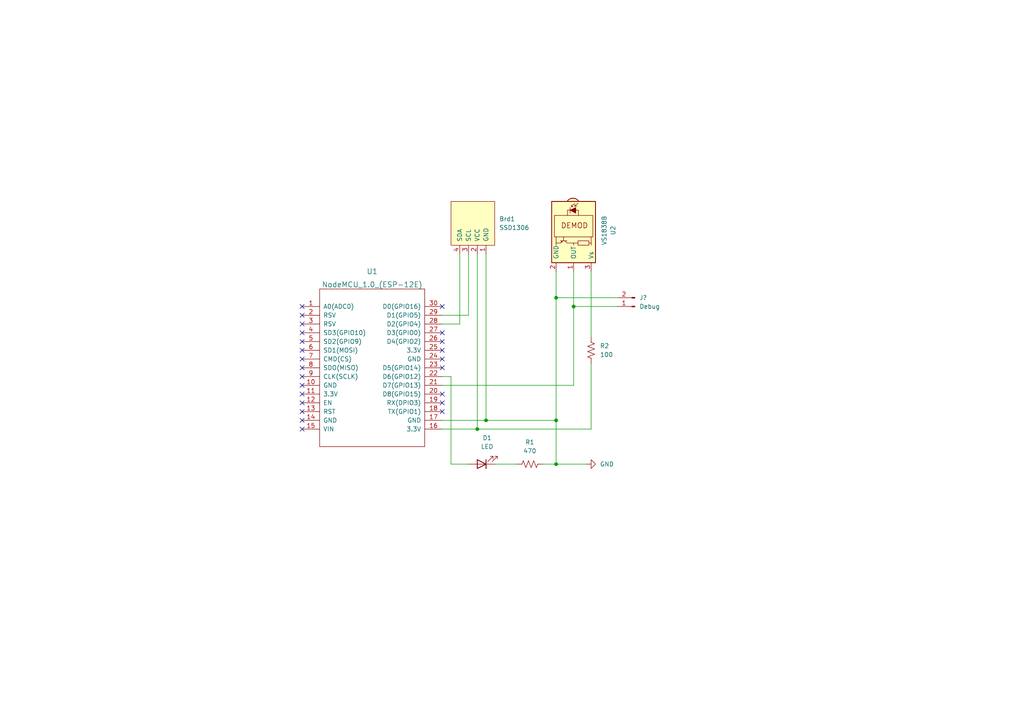
<source format=kicad_sch>
(kicad_sch (version 20211123) (generator eeschema)
  (paper "A4")
  (lib_symbols
    (symbol "Connector:Conn_01x02_Male" (pin_names (offset 1.016) hide)
      (property "Reference" "J" (at 0 2.54 0))
      (property "Value" "Conn_01x02_Male" (at 0 -5.08 0))
      (symbol "Conn_01x02_Male_1_1"
        (polyline (pts (xy 1.27 -2.54) (xy 0.8636 -2.54)) (stroke (width 0.1524)))
        (polyline (pts (xy 1.27 0) (xy 0.8636 0)) (stroke (width 0.1524)))
        (rectangle (start 0.8636 -2.413) (end 0 -2.667) (stroke (width 0.1524)) (fill (type outline)))
        (rectangle (start 0.8636 0.127) (end 0 -0.127) (stroke (width 0.1524)) (fill (type outline)))
        (pin passive line (at 5.08 0 180) (length 3.81) (name "Pin_1") (number "1"))
        (pin passive line (at 5.08 -2.54 180) (length 3.81) (name "Pin_2") (number "2"))
      )
    )
    (symbol "Device:LED" (pin_numbers hide) (pin_names (offset 1.016) hide)
      (property "Reference" "D" (at 0 2.54 0))
      (property "Value" "LED" (at 0 -2.54 0))
      (symbol "LED_0_1"
        (polyline (pts (xy -1.27 -1.27) (xy -1.27 1.27)) (stroke (width 0.254)))
        (polyline (pts (xy -1.27 0) (xy 1.27 0)))
        (polyline (pts (xy 1.27 -1.27) (xy 1.27 1.27) (xy -1.27 0) (xy 1.27 -1.27)) (stroke (width 0.254)))
        (polyline (pts (xy -3.048 -0.762) (xy -4.572 -2.286) (xy -3.81 -2.286) (xy -4.572 -2.286) (xy -4.572 -1.524)))
        (polyline (pts (xy -1.778 -0.762) (xy -3.302 -2.286) (xy -2.54 -2.286) (xy -3.302 -2.286) (xy -3.302 -1.524)))
      )
      (symbol "LED_1_1"
        (pin passive line (at -3.81 0 0) (length 2.54) (name "K") (number "1"))
        (pin passive line (at 3.81 0 180) (length 2.54) (name "A") (number "2"))
      )
    )
    (symbol "Device:R_US" (pin_numbers hide) (pin_names (offset 0))
      (property "Reference" "R" (at 2.54 0 90))
      (property "Value" "R_US" (at -2.54 0 90))
      (symbol "R_US_0_1"
        (polyline (pts (xy 0 -2.286) (xy 0 -2.54)))
        (polyline (pts (xy 0 2.286) (xy 0 2.54)))
        (polyline (pts (xy 0 -0.762) (xy 1.016 -1.143) (xy 0 -1.524) (xy -1.016 -1.905) (xy 0 -2.286)))
        (polyline (pts (xy 0 0.762) (xy 1.016 0.381) (xy 0 0) (xy -1.016 -0.381) (xy 0 -0.762)))
        (polyline (pts (xy 0 2.286) (xy 1.016 1.905) (xy 0 1.524) (xy -1.016 1.143) (xy 0 0.762)))
      )
      (symbol "R_US_1_1"
        (pin passive line (at 0 3.81 270) (length 1.27) (name "~") (number "1"))
        (pin passive line (at 0 -3.81 90) (length 1.27) (name "~") (number "2"))
      )
    )
    (symbol "ESP8266:NodeMCU_1.0_(ESP-12E)" (pin_names (offset 1.016))
      (property "Reference" "U" (at 0 21.59 0))
      (property "Value" "NodeMCU_1.0_(ESP-12E)" (at 0 -21.59 0))
      (symbol "NodeMCU_1.0_(ESP-12E)_0_1"
        (rectangle (start -15.24 -22.86) (end 15.24 22.86))
      )
      (symbol "NodeMCU_1.0_(ESP-12E)_1_1"
        (pin input line (at -20.32 17.78 0) (length 5.08) (name "A0(ADC0)") (number "1"))
        (pin input line (at -20.32 -5.08 0) (length 5.08) (name "GND") (number "10"))
        (pin power_out line (at -20.32 -7.62 0) (length 5.08) (name "3.3V") (number "11"))
        (pin input line (at -20.32 -10.16 0) (length 5.08) (name "EN") (number "12"))
        (pin input line (at -20.32 -12.7 0) (length 5.08) (name "RST") (number "13"))
        (pin power_in line (at -20.32 -15.24 0) (length 5.08) (name "GND") (number "14"))
        (pin power_in line (at -20.32 -17.78 0) (length 5.08) (name "VIN") (number "15"))
        (pin power_out line (at 20.32 -17.78 180) (length 5.08) (name "3.3V") (number "16"))
        (pin power_in line (at 20.32 -15.24 180) (length 5.08) (name "GND") (number "17"))
        (pin bidirectional line (at 20.32 -12.7 180) (length 5.08) (name "TX(GPIO1)") (number "18"))
        (pin bidirectional line (at 20.32 -10.16 180) (length 5.08) (name "RX(DPIO3)") (number "19"))
        (pin input line (at -20.32 15.24 0) (length 5.08) (name "RSV") (number "2"))
        (pin bidirectional line (at 20.32 -7.62 180) (length 5.08) (name "D8(GPIO15)") (number "20"))
        (pin bidirectional line (at 20.32 -5.08 180) (length 5.08) (name "D7(GPIO13)") (number "21"))
        (pin bidirectional line (at 20.32 -2.54 180) (length 5.08) (name "D6(GPIO12)") (number "22"))
        (pin bidirectional line (at 20.32 0 180) (length 5.08) (name "D5(GPIO14)") (number "23"))
        (pin power_in line (at 20.32 2.54 180) (length 5.08) (name "GND") (number "24"))
        (pin power_out line (at 20.32 5.08 180) (length 5.08) (name "3.3V") (number "25"))
        (pin bidirectional line (at 20.32 7.62 180) (length 5.08) (name "D4(GPIO2)") (number "26"))
        (pin bidirectional line (at 20.32 10.16 180) (length 5.08) (name "D3(GPIO0)") (number "27"))
        (pin bidirectional line (at 20.32 12.7 180) (length 5.08) (name "D2(GPIO4)") (number "28"))
        (pin bidirectional line (at 20.32 15.24 180) (length 5.08) (name "D1(GPIO5)") (number "29"))
        (pin input line (at -20.32 12.7 0) (length 5.08) (name "RSV") (number "3"))
        (pin bidirectional line (at 20.32 17.78 180) (length 5.08) (name "D0(GPIO16)") (number "30"))
        (pin bidirectional line (at -20.32 10.16 0) (length 5.08) (name "SD3(GPIO10)") (number "4"))
        (pin bidirectional line (at -20.32 7.62 0) (length 5.08) (name "SD2(GPIO9)") (number "5"))
        (pin bidirectional line (at -20.32 5.08 0) (length 5.08) (name "SD1(MOSI)") (number "6"))
        (pin bidirectional line (at -20.32 2.54 0) (length 5.08) (name "CMD(CS)") (number "7"))
        (pin bidirectional line (at -20.32 0 0) (length 5.08) (name "SDO(MISO)") (number "8"))
        (pin bidirectional line (at -20.32 -2.54 0) (length 5.08) (name "CLK(SCLK)") (number "9"))
      )
    )
    (symbol "Interface_Optical:TSDP341xx" (pin_names (offset 1.016))
      (property "Reference" "U" (at -10.16 7.62 0))
      (property "Value" "TSDP341xx" (at -10.16 -7.62 0))
      (symbol "TSDP341xx_0_0"
        (arc (start -10.287 1.397) (mid -11.0899 -0.1852) (end -10.287 -1.778) (stroke (width 0.254)) (fill (type background)))
        (polyline (pts (xy 1.905 -5.08) (xy 0.127 -5.08)))
        (polyline (pts (xy 1.905 5.08) (xy 0.127 5.08)))
        (text "DEMOD" (at -3.175 0.254 900) (effects (font (size 1.524 1.524))))
      )
      (symbol "TSDP341xx_0_1"
        (rectangle (start -6.096 5.588) (end 0.127 -5.588))
        (polyline (pts (xy -8.763 0.381) (xy -9.652 1.27)))
        (polyline (pts (xy -8.763 0.381) (xy -9.271 0.381)))
        (polyline (pts (xy -8.763 0.381) (xy -8.763 0.889)))
        (polyline (pts (xy -8.636 -0.635) (xy -9.525 0.254)))
        (polyline (pts (xy -8.636 -0.635) (xy -9.144 -0.635)))
        (polyline (pts (xy -8.636 -0.635) (xy -8.636 -0.127)))
        (polyline (pts (xy -8.382 -1.016) (xy -6.731 -1.016)))
        (polyline (pts (xy 1.27 -2.921) (xy 0.127 -2.921)))
        (polyline (pts (xy 1.27 -1.905) (xy 1.27 -3.81)))
        (polyline (pts (xy 1.397 -3.556) (xy 1.524 -3.556)))
        (polyline (pts (xy 1.651 -3.556) (xy 1.524 -3.556)))
        (polyline (pts (xy 1.651 -3.556) (xy 1.651 -3.302)))
        (polyline (pts (xy 1.905 0) (xy 1.905 1.27)))
        (polyline (pts (xy 1.905 4.445) (xy 1.905 5.08) (xy 2.54 5.08)))
        (polyline (pts (xy -8.382 0.635) (xy -6.731 0.635) (xy -7.62 -1.016) (xy -8.382 0.635)) (fill (type outline)))
        (polyline (pts (xy -6.096 1.397) (xy -7.62 1.397) (xy -7.62 -1.778) (xy -6.096 -1.778)))
        (polyline (pts (xy 1.27 -3.175) (xy 1.905 -3.81) (xy 1.905 -5.08) (xy 2.54 -5.08)))
        (polyline (pts (xy 1.27 -2.54) (xy 1.905 -1.905) (xy 1.905 0) (xy 2.54 0)))
        (rectangle (start 2.54 1.27) (end 1.27 4.445))
        (rectangle (start 7.62 6.35) (end -10.16 -6.35) (stroke (width 0.254)) (fill (type background)))
      )
      (symbol "TSDP341xx_1_1"
        (pin output line (at 10.16 0 180) (length 2.54) (name "OUT") (number "1"))
        (pin power_in line (at 10.16 -5.08 180) (length 2.54) (name "GND") (number "2"))
        (pin power_in line (at 10.16 5.08 180) (length 2.54) (name "Vs") (number "3"))
      )
    )
    (symbol "SSD1306-128x64_OLED:SSD1306" (pin_names (offset 1.016))
      (property "Reference" "Brd" (at 0 -3.81 0))
      (property "Value" "SSD1306" (at 0 -1.27 0))
      (symbol "SSD1306_0_1"
        (rectangle (start -6.35 6.35) (end 6.35 -6.35) (fill (type background)))
      )
      (symbol "SSD1306_1_1"
        (pin input line (at -3.81 8.89 270) (length 2.54) (name "GND") (number "1"))
        (pin input line (at -1.27 8.89 270) (length 2.54) (name "VCC") (number "2"))
        (pin input line (at 1.27 8.89 270) (length 2.54) (name "SCL") (number "3"))
        (pin input line (at 3.81 8.89 270) (length 2.54) (name "SDA") (number "4"))
      )
    )
    (symbol "power:GND" (power) (pin_names (offset 0))
      (property "Value" "GND" (at 0 -3.81 0))
      (symbol "GND_0_1"
        (polyline (pts (xy 0 0) (xy 0 -1.27) (xy 1.27 -1.27) (xy 0 -2.54) (xy -1.27 -1.27) (xy 0 -1.27)))
      )
      (symbol "GND_1_1"
        (pin power_in line (at 0 0 270) (length 0) hide (name "GND") (number "1"))
      )
    )
  )
  (junction (at 138.43 124.46))
  (junction (at 166.37 88.9))
  (junction (at 140.97 121.92))
  (junction (at 161.29 86.36))
  (junction (at 161.29 134.62))
  (junction (at 161.29 121.92))
  (no_connect (at 87.63 114.3))
  (no_connect (at 87.63 99.06))
  (no_connect (at 128.27 88.9))
  (no_connect (at 87.63 93.98))
  (no_connect (at 128.27 104.14))
  (no_connect (at 87.63 106.68))
  (no_connect (at 128.27 114.3))
  (no_connect (at 128.27 119.38))
  (no_connect (at 128.27 101.6))
  (no_connect (at 87.63 116.84))
  (no_connect (at 87.63 119.38))
  (no_connect (at 87.63 109.22))
  (no_connect (at 128.27 96.52))
  (no_connect (at 128.27 116.84))
  (no_connect (at 87.63 101.6))
  (no_connect (at 128.27 106.68))
  (no_connect (at 87.63 111.76))
  (no_connect (at 87.63 104.14))
  (no_connect (at 128.27 99.06))
  (no_connect (at 87.63 91.44))
  (no_connect (at 87.63 88.9))
  (no_connect (at 87.63 124.46))
  (no_connect (at 87.63 96.52))
  (no_connect (at 87.63 121.92))
  (wire (pts (xy 133.35 93.98) (xy 128.27 93.98)))
  (wire (pts (xy 135.89 134.62) (xy 130.81 134.62)))
  (wire (pts (xy 135.89 91.44) (xy 135.89 73.66)))
  (wire (pts (xy 166.37 88.9) (xy 166.37 78.74)))
  (wire (pts (xy 157.48 134.62) (xy 161.29 134.62)))
  (wire (pts (xy 140.97 121.92) (xy 128.27 121.92)))
  (wire (pts (xy 140.97 73.66) (xy 140.97 121.92)))
  (wire (pts (xy 143.51 134.62) (xy 149.86 134.62)))
  (wire (pts (xy 161.29 78.74) (xy 161.29 86.36)))
  (wire (pts (xy 161.29 86.36) (xy 179.07 86.36)))
  (wire (pts (xy 128.27 111.76) (xy 166.37 111.76)))
  (wire (pts (xy 128.27 109.22) (xy 130.81 109.22)))
  (wire (pts (xy 138.43 73.66) (xy 138.43 124.46)))
  (wire (pts (xy 171.45 124.46) (xy 138.43 124.46)))
  (wire (pts (xy 133.35 73.66) (xy 133.35 93.98)))
  (wire (pts (xy 171.45 105.41) (xy 171.45 124.46)))
  (wire (pts (xy 130.81 109.22) (xy 130.81 134.62)))
  (wire (pts (xy 128.27 91.44) (xy 135.89 91.44)))
  (wire (pts (xy 161.29 86.36) (xy 161.29 121.92)))
  (wire (pts (xy 166.37 111.76) (xy 166.37 88.9)))
  (wire (pts (xy 161.29 134.62) (xy 161.29 121.92)))
  (wire (pts (xy 166.37 88.9) (xy 179.07 88.9)))
  (wire (pts (xy 171.45 78.74) (xy 171.45 97.79)))
  (wire (pts (xy 128.27 124.46) (xy 138.43 124.46)))
  (wire (pts (xy 161.29 121.92) (xy 140.97 121.92)))
  (wire (pts (xy 161.29 134.62) (xy 170.18 134.62)))
  (symbol (lib_id "SSD1306-128x64_OLED:SSD1306") (at 137.16 64.77 180) (unit 1)
    (property "Reference" "Brd1" (at 144.78 63.4999 0) (effects (justify right)))
    (property "Value" "SSD1306" (at 144.78 66.0399 0) (effects (justify right)))
  )
  (symbol (lib_id "power:GND") (at 170.18 134.62 90) (unit 1)
    (property "Reference" "#PWR01" (effects hide))
    (property "Value" "GND" (at 173.99 134.6199 90) (effects (justify right)))
  )
  (symbol (lib_id "Device:R_US") (at 153.67 134.62 90) (unit 1)
    (property "Reference" "R1" (at 153.67 128.27 90))
    (property "Value" "470" (at 153.67 130.81 90))
  )
  (symbol (lib_id "Device:R_US") (at 171.45 101.6 0) (unit 1)
    (property "Reference" "R2" (at 173.99 100.3299 0) (effects (justify left)))
    (property "Value" "100" (at 173.99 102.8699 0) (effects (justify left)))
  )
  (symbol (lib_id "Connector:Conn_01x02_Male") (at 184.15 88.9 180) (unit 1)
    (property "Reference" "J?" (at 185.42 86.3599 0) (effects (justify right)))
    (property "Value" "Debug" (at 185.42 88.8999 0) (effects (justify right)))
  )
  (symbol (lib_id "ESP8266:NodeMCU_1.0_(ESP-12E)") (at 107.95 106.68 0) (unit 1)
    (property "Reference" "U1" (at 107.95 78.74 0) (effects (font (size 1.524 1.524))))
    (property "Value" "NodeMCU_1.0_(ESP-12E)" (at 107.95 82.55 0) (effects (font (size 1.524 1.524))))
  )
  (symbol (lib_id "Device:LED") (at 139.7 134.62 180) (unit 1)
    (property "Reference" "D1" (at 141.2875 127 0))
    (property "Value" "LED" (at 141.2875 129.54 0))
  )
  (symbol (lib_id "Interface_Optical:TSDP341xx") (at 166.37 68.58 270) (unit 1)
    (property "Reference" "U2" (at 177.8 66.845 0))
    (property "Value" "VS1838B" (at 175.26 66.845 0))
    (property "Footprint" "OptoDevice:Vishay_MOLD-3Pin" (effects hide))
    (property "Datasheet" "http://www.vishay.com/docs/82667/tsdp341.pdf" (effects hide))
  )
)
</source>
